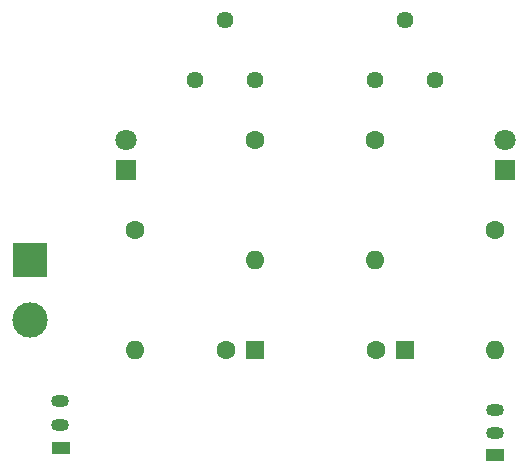
<source format=gbr>
%TF.GenerationSoftware,KiCad,Pcbnew,7.0.7*%
%TF.CreationDate,2024-05-03T12:55:33+03:00*%
%TF.ProjectId,Flip-Flop_lab_project,466c6970-2d46-46c6-9f70-5f6c61625f70,rev?*%
%TF.SameCoordinates,Original*%
%TF.FileFunction,Soldermask,Top*%
%TF.FilePolarity,Negative*%
%FSLAX46Y46*%
G04 Gerber Fmt 4.6, Leading zero omitted, Abs format (unit mm)*
G04 Created by KiCad (PCBNEW 7.0.7) date 2024-05-03 12:55:33*
%MOMM*%
%LPD*%
G01*
G04 APERTURE LIST*
%ADD10C,1.600000*%
%ADD11O,1.600000X1.600000*%
%ADD12R,1.500000X1.050000*%
%ADD13O,1.500000X1.050000*%
%ADD14C,1.440000*%
%ADD15R,1.600000X1.600000*%
%ADD16R,1.800000X1.800000*%
%ADD17C,1.800000*%
%ADD18R,3.000000X3.000000*%
%ADD19C,3.000000*%
G04 APERTURE END LIST*
D10*
%TO.C,R1*%
X165100000Y-96520000D03*
D11*
X165100000Y-106680000D03*
%TD*%
D12*
%TO.C,Q1*%
X128320800Y-115011200D03*
D13*
X128270000Y-113030000D03*
X128270000Y-110998000D03*
%TD*%
D12*
%TO.C,Q2*%
X165100000Y-115570000D03*
D13*
X165100000Y-113741200D03*
X165100000Y-111760000D03*
%TD*%
D14*
%TO.C,RV1*%
X144780000Y-83820000D03*
X142240000Y-78740000D03*
X139700000Y-83820000D03*
%TD*%
D15*
%TO.C,C2*%
X144780000Y-106680000D03*
D10*
X142280000Y-106680000D03*
%TD*%
%TO.C,R4*%
X134620000Y-96520000D03*
D11*
X134620000Y-106680000D03*
%TD*%
D10*
%TO.C,R2*%
X154940000Y-88900000D03*
D11*
X154940000Y-99060000D03*
%TD*%
D14*
%TO.C,RV2*%
X160020000Y-83820000D03*
X157480000Y-78740000D03*
X154940000Y-83820000D03*
%TD*%
D16*
%TO.C,D1*%
X165890000Y-91440000D03*
D17*
X165890000Y-88900000D03*
%TD*%
D18*
%TO.C,J1*%
X125730000Y-99060000D03*
D19*
X125730000Y-104140000D03*
%TD*%
D10*
%TO.C,R3*%
X144780000Y-88900000D03*
D11*
X144780000Y-99060000D03*
%TD*%
D16*
%TO.C,D2*%
X133830000Y-91440000D03*
D17*
X133830000Y-88900000D03*
%TD*%
D15*
%TO.C,C1*%
X157480000Y-106680000D03*
D10*
X154980000Y-106680000D03*
%TD*%
M02*

</source>
